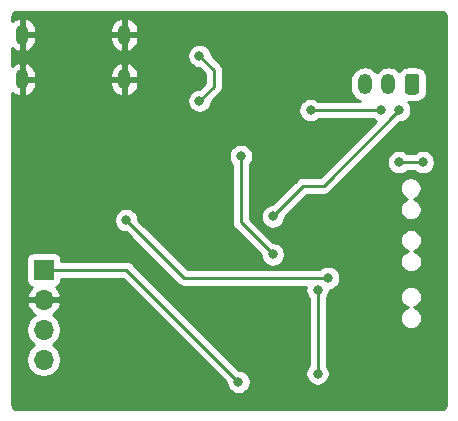
<source format=gbr>
G04 #@! TF.GenerationSoftware,KiCad,Pcbnew,(5.1.10)-1*
G04 #@! TF.CreationDate,2021-08-19T16:08:58+09:00*
G04 #@! TF.ProjectId,cat_toilet,6361745f-746f-4696-9c65-742e6b696361,rev?*
G04 #@! TF.SameCoordinates,Original*
G04 #@! TF.FileFunction,Copper,L2,Bot*
G04 #@! TF.FilePolarity,Positive*
%FSLAX46Y46*%
G04 Gerber Fmt 4.6, Leading zero omitted, Abs format (unit mm)*
G04 Created by KiCad (PCBNEW (5.1.10)-1) date 2021-08-19 16:08:58*
%MOMM*%
%LPD*%
G01*
G04 APERTURE LIST*
G04 #@! TA.AperFunction,ComponentPad*
%ADD10R,1.700000X1.700000*%
G04 #@! TD*
G04 #@! TA.AperFunction,ComponentPad*
%ADD11O,1.700000X1.700000*%
G04 #@! TD*
G04 #@! TA.AperFunction,ComponentPad*
%ADD12O,1.200000X1.750000*%
G04 #@! TD*
G04 #@! TA.AperFunction,ComponentPad*
%ADD13O,1.100000X1.700000*%
G04 #@! TD*
G04 #@! TA.AperFunction,ViaPad*
%ADD14C,0.800000*%
G04 #@! TD*
G04 #@! TA.AperFunction,Conductor*
%ADD15C,0.250000*%
G04 #@! TD*
G04 #@! TA.AperFunction,Conductor*
%ADD16C,0.254000*%
G04 #@! TD*
G04 #@! TA.AperFunction,Conductor*
%ADD17C,0.100000*%
G04 #@! TD*
G04 APERTURE END LIST*
D10*
X3300000Y-22500000D03*
D11*
X3300000Y-25040000D03*
X3300000Y-27580000D03*
X3300000Y-30120000D03*
G04 #@! TA.AperFunction,ComponentPad*
G36*
G01*
X35100000Y-6174999D02*
X35100000Y-7425001D01*
G75*
G02*
X34850001Y-7675000I-249999J0D01*
G01*
X34149999Y-7675000D01*
G75*
G02*
X33900000Y-7425001I0J249999D01*
G01*
X33900000Y-6174999D01*
G75*
G02*
X34149999Y-5925000I249999J0D01*
G01*
X34850001Y-5925000D01*
G75*
G02*
X35100000Y-6174999I0J-249999D01*
G01*
G37*
G04 #@! TD.AperFunction*
D12*
X32500000Y-6800000D03*
X30500000Y-6800000D03*
D13*
X1480000Y-6400000D03*
X10120000Y-6400000D03*
X1480000Y-2600000D03*
X10120000Y-2600000D03*
D14*
X16500000Y-6600000D03*
X20500000Y-5500000D03*
X19800000Y-32000000D03*
X26500000Y-24200000D03*
X26500000Y-31300000D03*
X33400000Y-9000000D03*
X22700000Y-18000000D03*
X25900000Y-9000000D03*
X31900000Y-9000000D03*
X16500000Y-8200000D03*
X16500000Y-4400000D03*
X35400000Y-13400000D03*
X33400000Y-13400000D03*
X27400000Y-23200000D03*
X10300000Y-18300000D03*
X22700000Y-21200000D03*
X20000000Y-12900000D03*
D15*
X16500000Y-6600000D02*
X16900000Y-6600000D01*
X20500000Y-5500000D02*
X20000000Y-5500000D01*
X10300000Y-22500000D02*
X19800000Y-32000000D01*
X10300000Y-22500000D02*
X3300000Y-22500000D01*
X26500000Y-24200000D02*
X26500000Y-31300000D01*
X22700000Y-18000000D02*
X25300000Y-15400000D01*
X27000000Y-15400000D02*
X33400000Y-9000000D01*
X25300000Y-15400000D02*
X27000000Y-15400000D01*
X25900000Y-9000000D02*
X31900000Y-9000000D01*
X17700000Y-7000000D02*
X16500000Y-8200000D01*
X17700000Y-5600000D02*
X17700000Y-7000000D01*
X16500000Y-4400000D02*
X17700000Y-5600000D01*
X33400000Y-13400000D02*
X35400000Y-13400000D01*
X15200000Y-23200000D02*
X27400000Y-23200000D01*
X10300000Y-18300000D02*
X15200000Y-23200000D01*
X20000000Y-18500000D02*
X22700000Y-21200000D01*
X20000000Y-12900000D02*
X20000000Y-18500000D01*
D16*
X37065424Y-669580D02*
X37128356Y-688580D01*
X37186405Y-719445D01*
X37237343Y-760989D01*
X37279248Y-811644D01*
X37310515Y-869471D01*
X37329956Y-932272D01*
X37340000Y-1027835D01*
X37340001Y-33967711D01*
X37330420Y-34065424D01*
X37311420Y-34128357D01*
X37280554Y-34186406D01*
X37239011Y-34237343D01*
X37188356Y-34279248D01*
X37130529Y-34310515D01*
X37067728Y-34329956D01*
X36972165Y-34340000D01*
X1032279Y-34340000D01*
X934576Y-34330420D01*
X871643Y-34311420D01*
X813594Y-34280554D01*
X762657Y-34239011D01*
X720752Y-34188356D01*
X689485Y-34130529D01*
X670044Y-34067728D01*
X660000Y-33972165D01*
X660000Y-27433740D01*
X1815000Y-27433740D01*
X1815000Y-27726260D01*
X1872068Y-28013158D01*
X1984010Y-28283411D01*
X2146525Y-28526632D01*
X2353368Y-28733475D01*
X2527760Y-28850000D01*
X2353368Y-28966525D01*
X2146525Y-29173368D01*
X1984010Y-29416589D01*
X1872068Y-29686842D01*
X1815000Y-29973740D01*
X1815000Y-30266260D01*
X1872068Y-30553158D01*
X1984010Y-30823411D01*
X2146525Y-31066632D01*
X2353368Y-31273475D01*
X2596589Y-31435990D01*
X2866842Y-31547932D01*
X3153740Y-31605000D01*
X3446260Y-31605000D01*
X3733158Y-31547932D01*
X4003411Y-31435990D01*
X4246632Y-31273475D01*
X4453475Y-31066632D01*
X4615990Y-30823411D01*
X4727932Y-30553158D01*
X4785000Y-30266260D01*
X4785000Y-29973740D01*
X4727932Y-29686842D01*
X4615990Y-29416589D01*
X4453475Y-29173368D01*
X4246632Y-28966525D01*
X4072240Y-28850000D01*
X4246632Y-28733475D01*
X4453475Y-28526632D01*
X4615990Y-28283411D01*
X4727932Y-28013158D01*
X4785000Y-27726260D01*
X4785000Y-27433740D01*
X4727932Y-27146842D01*
X4615990Y-26876589D01*
X4453475Y-26633368D01*
X4246632Y-26426525D01*
X4064466Y-26304805D01*
X4181355Y-26235178D01*
X4397588Y-26040269D01*
X4571641Y-25806920D01*
X4696825Y-25544099D01*
X4741476Y-25396890D01*
X4620155Y-25167000D01*
X3427000Y-25167000D01*
X3427000Y-25187000D01*
X3173000Y-25187000D01*
X3173000Y-25167000D01*
X1979845Y-25167000D01*
X1858524Y-25396890D01*
X1903175Y-25544099D01*
X2028359Y-25806920D01*
X2202412Y-26040269D01*
X2418645Y-26235178D01*
X2535534Y-26304805D01*
X2353368Y-26426525D01*
X2146525Y-26633368D01*
X1984010Y-26876589D01*
X1872068Y-27146842D01*
X1815000Y-27433740D01*
X660000Y-27433740D01*
X660000Y-21650000D01*
X1811928Y-21650000D01*
X1811928Y-23350000D01*
X1824188Y-23474482D01*
X1860498Y-23594180D01*
X1919463Y-23704494D01*
X1998815Y-23801185D01*
X2095506Y-23880537D01*
X2205820Y-23939502D01*
X2286466Y-23963966D01*
X2202412Y-24039731D01*
X2028359Y-24273080D01*
X1903175Y-24535901D01*
X1858524Y-24683110D01*
X1979845Y-24913000D01*
X3173000Y-24913000D01*
X3173000Y-24893000D01*
X3427000Y-24893000D01*
X3427000Y-24913000D01*
X4620155Y-24913000D01*
X4741476Y-24683110D01*
X4696825Y-24535901D01*
X4571641Y-24273080D01*
X4397588Y-24039731D01*
X4313534Y-23963966D01*
X4394180Y-23939502D01*
X4504494Y-23880537D01*
X4601185Y-23801185D01*
X4680537Y-23704494D01*
X4739502Y-23594180D01*
X4775812Y-23474482D01*
X4788072Y-23350000D01*
X4788072Y-23260000D01*
X9985199Y-23260000D01*
X18765000Y-32039802D01*
X18765000Y-32101939D01*
X18804774Y-32301898D01*
X18882795Y-32490256D01*
X18996063Y-32659774D01*
X19140226Y-32803937D01*
X19309744Y-32917205D01*
X19498102Y-32995226D01*
X19698061Y-33035000D01*
X19901939Y-33035000D01*
X20101898Y-32995226D01*
X20290256Y-32917205D01*
X20459774Y-32803937D01*
X20603937Y-32659774D01*
X20717205Y-32490256D01*
X20795226Y-32301898D01*
X20835000Y-32101939D01*
X20835000Y-31898061D01*
X20795226Y-31698102D01*
X20717205Y-31509744D01*
X20603937Y-31340226D01*
X20459774Y-31196063D01*
X20290256Y-31082795D01*
X20101898Y-31004774D01*
X19901939Y-30965000D01*
X19839802Y-30965000D01*
X10863804Y-21989003D01*
X10840001Y-21959999D01*
X10724276Y-21865026D01*
X10592247Y-21794454D01*
X10448986Y-21750997D01*
X10337333Y-21740000D01*
X10337322Y-21740000D01*
X10300000Y-21736324D01*
X10262678Y-21740000D01*
X4788072Y-21740000D01*
X4788072Y-21650000D01*
X4775812Y-21525518D01*
X4739502Y-21405820D01*
X4680537Y-21295506D01*
X4601185Y-21198815D01*
X4504494Y-21119463D01*
X4394180Y-21060498D01*
X4274482Y-21024188D01*
X4150000Y-21011928D01*
X2450000Y-21011928D01*
X2325518Y-21024188D01*
X2205820Y-21060498D01*
X2095506Y-21119463D01*
X1998815Y-21198815D01*
X1919463Y-21295506D01*
X1860498Y-21405820D01*
X1824188Y-21525518D01*
X1811928Y-21650000D01*
X660000Y-21650000D01*
X660000Y-18198061D01*
X9265000Y-18198061D01*
X9265000Y-18401939D01*
X9304774Y-18601898D01*
X9382795Y-18790256D01*
X9496063Y-18959774D01*
X9640226Y-19103937D01*
X9809744Y-19217205D01*
X9998102Y-19295226D01*
X10198061Y-19335000D01*
X10260199Y-19335000D01*
X14636205Y-23711008D01*
X14659999Y-23740001D01*
X14688992Y-23763795D01*
X14688996Y-23763799D01*
X14734552Y-23801185D01*
X14775724Y-23834974D01*
X14907753Y-23905546D01*
X15051014Y-23949003D01*
X15162667Y-23960000D01*
X15162676Y-23960000D01*
X15199999Y-23963676D01*
X15237322Y-23960000D01*
X25492462Y-23960000D01*
X25465000Y-24098061D01*
X25465000Y-24301939D01*
X25504774Y-24501898D01*
X25582795Y-24690256D01*
X25696063Y-24859774D01*
X25740000Y-24903711D01*
X25740001Y-30596288D01*
X25696063Y-30640226D01*
X25582795Y-30809744D01*
X25504774Y-30998102D01*
X25465000Y-31198061D01*
X25465000Y-31401939D01*
X25504774Y-31601898D01*
X25582795Y-31790256D01*
X25696063Y-31959774D01*
X25840226Y-32103937D01*
X26009744Y-32217205D01*
X26198102Y-32295226D01*
X26398061Y-32335000D01*
X26601939Y-32335000D01*
X26801898Y-32295226D01*
X26990256Y-32217205D01*
X27159774Y-32103937D01*
X27303937Y-31959774D01*
X27417205Y-31790256D01*
X27495226Y-31601898D01*
X27535000Y-31401939D01*
X27535000Y-31198061D01*
X27495226Y-30998102D01*
X27417205Y-30809744D01*
X27303937Y-30640226D01*
X27260000Y-30596289D01*
X27260000Y-24903711D01*
X27303937Y-24859774D01*
X27405408Y-24707911D01*
X33465000Y-24707911D01*
X33465000Y-24892089D01*
X33500932Y-25072729D01*
X33571414Y-25242889D01*
X33673738Y-25396028D01*
X33803972Y-25526262D01*
X33957111Y-25628586D01*
X34127271Y-25699068D01*
X34131956Y-25700000D01*
X34127271Y-25700932D01*
X33957111Y-25771414D01*
X33803972Y-25873738D01*
X33673738Y-26003972D01*
X33571414Y-26157111D01*
X33500932Y-26327271D01*
X33465000Y-26507911D01*
X33465000Y-26692089D01*
X33500932Y-26872729D01*
X33571414Y-27042889D01*
X33673738Y-27196028D01*
X33803972Y-27326262D01*
X33957111Y-27428586D01*
X34127271Y-27499068D01*
X34307911Y-27535000D01*
X34492089Y-27535000D01*
X34672729Y-27499068D01*
X34842889Y-27428586D01*
X34996028Y-27326262D01*
X35126262Y-27196028D01*
X35228586Y-27042889D01*
X35299068Y-26872729D01*
X35335000Y-26692089D01*
X35335000Y-26507911D01*
X35299068Y-26327271D01*
X35228586Y-26157111D01*
X35126262Y-26003972D01*
X34996028Y-25873738D01*
X34842889Y-25771414D01*
X34672729Y-25700932D01*
X34668044Y-25700000D01*
X34672729Y-25699068D01*
X34842889Y-25628586D01*
X34996028Y-25526262D01*
X35126262Y-25396028D01*
X35228586Y-25242889D01*
X35299068Y-25072729D01*
X35335000Y-24892089D01*
X35335000Y-24707911D01*
X35299068Y-24527271D01*
X35228586Y-24357111D01*
X35126262Y-24203972D01*
X34996028Y-24073738D01*
X34842889Y-23971414D01*
X34672729Y-23900932D01*
X34492089Y-23865000D01*
X34307911Y-23865000D01*
X34127271Y-23900932D01*
X33957111Y-23971414D01*
X33803972Y-24073738D01*
X33673738Y-24203972D01*
X33571414Y-24357111D01*
X33500932Y-24527271D01*
X33465000Y-24707911D01*
X27405408Y-24707911D01*
X27417205Y-24690256D01*
X27495226Y-24501898D01*
X27535000Y-24301939D01*
X27535000Y-24228424D01*
X27701898Y-24195226D01*
X27890256Y-24117205D01*
X28059774Y-24003937D01*
X28203937Y-23859774D01*
X28317205Y-23690256D01*
X28395226Y-23501898D01*
X28435000Y-23301939D01*
X28435000Y-23098061D01*
X28395226Y-22898102D01*
X28317205Y-22709744D01*
X28203937Y-22540226D01*
X28059774Y-22396063D01*
X27890256Y-22282795D01*
X27701898Y-22204774D01*
X27501939Y-22165000D01*
X27298061Y-22165000D01*
X27098102Y-22204774D01*
X26909744Y-22282795D01*
X26740226Y-22396063D01*
X26696289Y-22440000D01*
X15514803Y-22440000D01*
X11335000Y-18260199D01*
X11335000Y-18198061D01*
X11295226Y-17998102D01*
X11217205Y-17809744D01*
X11103937Y-17640226D01*
X10959774Y-17496063D01*
X10790256Y-17382795D01*
X10601898Y-17304774D01*
X10401939Y-17265000D01*
X10198061Y-17265000D01*
X9998102Y-17304774D01*
X9809744Y-17382795D01*
X9640226Y-17496063D01*
X9496063Y-17640226D01*
X9382795Y-17809744D01*
X9304774Y-17998102D01*
X9265000Y-18198061D01*
X660000Y-18198061D01*
X660000Y-12798061D01*
X18965000Y-12798061D01*
X18965000Y-13001939D01*
X19004774Y-13201898D01*
X19082795Y-13390256D01*
X19196063Y-13559774D01*
X19240000Y-13603711D01*
X19240001Y-18462668D01*
X19236324Y-18500000D01*
X19240001Y-18537333D01*
X19250998Y-18648986D01*
X19264180Y-18692442D01*
X19294454Y-18792246D01*
X19365026Y-18924276D01*
X19394159Y-18959774D01*
X19460000Y-19040001D01*
X19488998Y-19063799D01*
X21665000Y-21239802D01*
X21665000Y-21301939D01*
X21704774Y-21501898D01*
X21782795Y-21690256D01*
X21896063Y-21859774D01*
X22040226Y-22003937D01*
X22209744Y-22117205D01*
X22398102Y-22195226D01*
X22598061Y-22235000D01*
X22801939Y-22235000D01*
X23001898Y-22195226D01*
X23190256Y-22117205D01*
X23359774Y-22003937D01*
X23503937Y-21859774D01*
X23617205Y-21690256D01*
X23695226Y-21501898D01*
X23735000Y-21301939D01*
X23735000Y-21098061D01*
X23695226Y-20898102D01*
X23617205Y-20709744D01*
X23503937Y-20540226D01*
X23359774Y-20396063D01*
X23190256Y-20282795D01*
X23001898Y-20204774D01*
X22801939Y-20165000D01*
X22739802Y-20165000D01*
X22482713Y-19907911D01*
X33465000Y-19907911D01*
X33465000Y-20092089D01*
X33500932Y-20272729D01*
X33571414Y-20442889D01*
X33673738Y-20596028D01*
X33803972Y-20726262D01*
X33957111Y-20828586D01*
X34127271Y-20899068D01*
X34131956Y-20900000D01*
X34127271Y-20900932D01*
X33957111Y-20971414D01*
X33803972Y-21073738D01*
X33673738Y-21203972D01*
X33571414Y-21357111D01*
X33500932Y-21527271D01*
X33465000Y-21707911D01*
X33465000Y-21892089D01*
X33500932Y-22072729D01*
X33571414Y-22242889D01*
X33673738Y-22396028D01*
X33803972Y-22526262D01*
X33957111Y-22628586D01*
X34127271Y-22699068D01*
X34307911Y-22735000D01*
X34492089Y-22735000D01*
X34672729Y-22699068D01*
X34842889Y-22628586D01*
X34996028Y-22526262D01*
X35126262Y-22396028D01*
X35228586Y-22242889D01*
X35299068Y-22072729D01*
X35335000Y-21892089D01*
X35335000Y-21707911D01*
X35299068Y-21527271D01*
X35228586Y-21357111D01*
X35126262Y-21203972D01*
X34996028Y-21073738D01*
X34842889Y-20971414D01*
X34672729Y-20900932D01*
X34668044Y-20900000D01*
X34672729Y-20899068D01*
X34842889Y-20828586D01*
X34996028Y-20726262D01*
X35126262Y-20596028D01*
X35228586Y-20442889D01*
X35299068Y-20272729D01*
X35335000Y-20092089D01*
X35335000Y-19907911D01*
X35299068Y-19727271D01*
X35228586Y-19557111D01*
X35126262Y-19403972D01*
X34996028Y-19273738D01*
X34842889Y-19171414D01*
X34672729Y-19100932D01*
X34492089Y-19065000D01*
X34307911Y-19065000D01*
X34127271Y-19100932D01*
X33957111Y-19171414D01*
X33803972Y-19273738D01*
X33673738Y-19403972D01*
X33571414Y-19557111D01*
X33500932Y-19727271D01*
X33465000Y-19907911D01*
X22482713Y-19907911D01*
X20760000Y-18185199D01*
X20760000Y-17898061D01*
X21665000Y-17898061D01*
X21665000Y-18101939D01*
X21704774Y-18301898D01*
X21782795Y-18490256D01*
X21896063Y-18659774D01*
X22040226Y-18803937D01*
X22209744Y-18917205D01*
X22398102Y-18995226D01*
X22598061Y-19035000D01*
X22801939Y-19035000D01*
X23001898Y-18995226D01*
X23190256Y-18917205D01*
X23359774Y-18803937D01*
X23503937Y-18659774D01*
X23617205Y-18490256D01*
X23695226Y-18301898D01*
X23735000Y-18101939D01*
X23735000Y-18039801D01*
X25614802Y-16160000D01*
X26962678Y-16160000D01*
X27000000Y-16163676D01*
X27037322Y-16160000D01*
X27037333Y-16160000D01*
X27148986Y-16149003D01*
X27292247Y-16105546D01*
X27424276Y-16034974D01*
X27540001Y-15940001D01*
X27563804Y-15910997D01*
X27966890Y-15507911D01*
X33440000Y-15507911D01*
X33440000Y-15692089D01*
X33475932Y-15872729D01*
X33546414Y-16042889D01*
X33648738Y-16196028D01*
X33778972Y-16326262D01*
X33932111Y-16428586D01*
X34102271Y-16499068D01*
X34106956Y-16500000D01*
X34102271Y-16500932D01*
X33932111Y-16571414D01*
X33778972Y-16673738D01*
X33648738Y-16803972D01*
X33546414Y-16957111D01*
X33475932Y-17127271D01*
X33440000Y-17307911D01*
X33440000Y-17492089D01*
X33475932Y-17672729D01*
X33546414Y-17842889D01*
X33648738Y-17996028D01*
X33778972Y-18126262D01*
X33932111Y-18228586D01*
X34102271Y-18299068D01*
X34282911Y-18335000D01*
X34467089Y-18335000D01*
X34647729Y-18299068D01*
X34817889Y-18228586D01*
X34971028Y-18126262D01*
X35101262Y-17996028D01*
X35203586Y-17842889D01*
X35274068Y-17672729D01*
X35310000Y-17492089D01*
X35310000Y-17307911D01*
X35274068Y-17127271D01*
X35203586Y-16957111D01*
X35101262Y-16803972D01*
X34971028Y-16673738D01*
X34817889Y-16571414D01*
X34647729Y-16500932D01*
X34643044Y-16500000D01*
X34647729Y-16499068D01*
X34817889Y-16428586D01*
X34971028Y-16326262D01*
X35101262Y-16196028D01*
X35203586Y-16042889D01*
X35274068Y-15872729D01*
X35310000Y-15692089D01*
X35310000Y-15507911D01*
X35274068Y-15327271D01*
X35203586Y-15157111D01*
X35101262Y-15003972D01*
X34971028Y-14873738D01*
X34817889Y-14771414D01*
X34647729Y-14700932D01*
X34467089Y-14665000D01*
X34282911Y-14665000D01*
X34102271Y-14700932D01*
X33932111Y-14771414D01*
X33778972Y-14873738D01*
X33648738Y-15003972D01*
X33546414Y-15157111D01*
X33475932Y-15327271D01*
X33440000Y-15507911D01*
X27966890Y-15507911D01*
X30176740Y-13298061D01*
X32365000Y-13298061D01*
X32365000Y-13501939D01*
X32404774Y-13701898D01*
X32482795Y-13890256D01*
X32596063Y-14059774D01*
X32740226Y-14203937D01*
X32909744Y-14317205D01*
X33098102Y-14395226D01*
X33298061Y-14435000D01*
X33501939Y-14435000D01*
X33701898Y-14395226D01*
X33890256Y-14317205D01*
X34059774Y-14203937D01*
X34103711Y-14160000D01*
X34696289Y-14160000D01*
X34740226Y-14203937D01*
X34909744Y-14317205D01*
X35098102Y-14395226D01*
X35298061Y-14435000D01*
X35501939Y-14435000D01*
X35701898Y-14395226D01*
X35890256Y-14317205D01*
X36059774Y-14203937D01*
X36203937Y-14059774D01*
X36317205Y-13890256D01*
X36395226Y-13701898D01*
X36435000Y-13501939D01*
X36435000Y-13298061D01*
X36395226Y-13098102D01*
X36317205Y-12909744D01*
X36203937Y-12740226D01*
X36059774Y-12596063D01*
X35890256Y-12482795D01*
X35701898Y-12404774D01*
X35501939Y-12365000D01*
X35298061Y-12365000D01*
X35098102Y-12404774D01*
X34909744Y-12482795D01*
X34740226Y-12596063D01*
X34696289Y-12640000D01*
X34103711Y-12640000D01*
X34059774Y-12596063D01*
X33890256Y-12482795D01*
X33701898Y-12404774D01*
X33501939Y-12365000D01*
X33298061Y-12365000D01*
X33098102Y-12404774D01*
X32909744Y-12482795D01*
X32740226Y-12596063D01*
X32596063Y-12740226D01*
X32482795Y-12909744D01*
X32404774Y-13098102D01*
X32365000Y-13298061D01*
X30176740Y-13298061D01*
X33439802Y-10035000D01*
X33501939Y-10035000D01*
X33701898Y-9995226D01*
X33890256Y-9917205D01*
X34059774Y-9803937D01*
X34203937Y-9659774D01*
X34317205Y-9490256D01*
X34395226Y-9301898D01*
X34435000Y-9101939D01*
X34435000Y-8898061D01*
X34395226Y-8698102D01*
X34317205Y-8509744D01*
X34203937Y-8340226D01*
X34176783Y-8313072D01*
X34850001Y-8313072D01*
X35023255Y-8296008D01*
X35189851Y-8245472D01*
X35343387Y-8163405D01*
X35477962Y-8052962D01*
X35588405Y-7918387D01*
X35670472Y-7764851D01*
X35721008Y-7598255D01*
X35738072Y-7425001D01*
X35738072Y-6174999D01*
X35721008Y-6001745D01*
X35670472Y-5835149D01*
X35588405Y-5681613D01*
X35477962Y-5547038D01*
X35343387Y-5436595D01*
X35189851Y-5354528D01*
X35023255Y-5303992D01*
X34850001Y-5286928D01*
X34149999Y-5286928D01*
X33976745Y-5303992D01*
X33810149Y-5354528D01*
X33656613Y-5436595D01*
X33522038Y-5547038D01*
X33411595Y-5681613D01*
X33409191Y-5686111D01*
X33377502Y-5647498D01*
X33189449Y-5493167D01*
X32974901Y-5378489D01*
X32742102Y-5307870D01*
X32500000Y-5284025D01*
X32257899Y-5307870D01*
X32025100Y-5378489D01*
X31810552Y-5493167D01*
X31622499Y-5647498D01*
X31500001Y-5796763D01*
X31377502Y-5647498D01*
X31189449Y-5493167D01*
X30974901Y-5378489D01*
X30742102Y-5307870D01*
X30500000Y-5284025D01*
X30257899Y-5307870D01*
X30025100Y-5378489D01*
X29810552Y-5493167D01*
X29622499Y-5647498D01*
X29468168Y-5835551D01*
X29353489Y-6050099D01*
X29282870Y-6282898D01*
X29265000Y-6464335D01*
X29265000Y-7135664D01*
X29282870Y-7317101D01*
X29353489Y-7549900D01*
X29468167Y-7764448D01*
X29622498Y-7952502D01*
X29810551Y-8106833D01*
X30025099Y-8221511D01*
X30086049Y-8240000D01*
X26603711Y-8240000D01*
X26559774Y-8196063D01*
X26390256Y-8082795D01*
X26201898Y-8004774D01*
X26001939Y-7965000D01*
X25798061Y-7965000D01*
X25598102Y-8004774D01*
X25409744Y-8082795D01*
X25240226Y-8196063D01*
X25096063Y-8340226D01*
X24982795Y-8509744D01*
X24904774Y-8698102D01*
X24865000Y-8898061D01*
X24865000Y-9101939D01*
X24904774Y-9301898D01*
X24982795Y-9490256D01*
X25096063Y-9659774D01*
X25240226Y-9803937D01*
X25409744Y-9917205D01*
X25598102Y-9995226D01*
X25798061Y-10035000D01*
X26001939Y-10035000D01*
X26201898Y-9995226D01*
X26390256Y-9917205D01*
X26559774Y-9803937D01*
X26603711Y-9760000D01*
X31196289Y-9760000D01*
X31240226Y-9803937D01*
X31408694Y-9916504D01*
X26685199Y-14640000D01*
X25337322Y-14640000D01*
X25299999Y-14636324D01*
X25262676Y-14640000D01*
X25262667Y-14640000D01*
X25151014Y-14650997D01*
X25007753Y-14694454D01*
X24875724Y-14765026D01*
X24759999Y-14859999D01*
X24736201Y-14888997D01*
X22660199Y-16965000D01*
X22598061Y-16965000D01*
X22398102Y-17004774D01*
X22209744Y-17082795D01*
X22040226Y-17196063D01*
X21896063Y-17340226D01*
X21782795Y-17509744D01*
X21704774Y-17698102D01*
X21665000Y-17898061D01*
X20760000Y-17898061D01*
X20760000Y-13603711D01*
X20803937Y-13559774D01*
X20917205Y-13390256D01*
X20995226Y-13201898D01*
X21035000Y-13001939D01*
X21035000Y-12798061D01*
X20995226Y-12598102D01*
X20917205Y-12409744D01*
X20803937Y-12240226D01*
X20659774Y-12096063D01*
X20490256Y-11982795D01*
X20301898Y-11904774D01*
X20101939Y-11865000D01*
X19898061Y-11865000D01*
X19698102Y-11904774D01*
X19509744Y-11982795D01*
X19340226Y-12096063D01*
X19196063Y-12240226D01*
X19082795Y-12409744D01*
X19004774Y-12598102D01*
X18965000Y-12798061D01*
X660000Y-12798061D01*
X660000Y-7557068D01*
X731881Y-7627725D01*
X927246Y-7755850D01*
X1143853Y-7843399D01*
X1170256Y-7843803D01*
X1353000Y-7718361D01*
X1353000Y-6527000D01*
X1607000Y-6527000D01*
X1607000Y-7718361D01*
X1789744Y-7843803D01*
X1816147Y-7843399D01*
X2032754Y-7755850D01*
X2228119Y-7627725D01*
X2394734Y-7463948D01*
X2526196Y-7270813D01*
X2617454Y-7055742D01*
X2665000Y-6827000D01*
X2665000Y-6527000D01*
X8935000Y-6527000D01*
X8935000Y-6827000D01*
X8982546Y-7055742D01*
X9073804Y-7270813D01*
X9205266Y-7463948D01*
X9371881Y-7627725D01*
X9567246Y-7755850D01*
X9783853Y-7843399D01*
X9810256Y-7843803D01*
X9993000Y-7718361D01*
X9993000Y-6527000D01*
X10247000Y-6527000D01*
X10247000Y-7718361D01*
X10429744Y-7843803D01*
X10456147Y-7843399D01*
X10672754Y-7755850D01*
X10868119Y-7627725D01*
X11034734Y-7463948D01*
X11166196Y-7270813D01*
X11257454Y-7055742D01*
X11305000Y-6827000D01*
X11305000Y-6527000D01*
X10247000Y-6527000D01*
X9993000Y-6527000D01*
X8935000Y-6527000D01*
X2665000Y-6527000D01*
X1607000Y-6527000D01*
X1353000Y-6527000D01*
X1333000Y-6527000D01*
X1333000Y-6273000D01*
X1353000Y-6273000D01*
X1353000Y-5081639D01*
X1607000Y-5081639D01*
X1607000Y-6273000D01*
X2665000Y-6273000D01*
X2665000Y-5973000D01*
X8935000Y-5973000D01*
X8935000Y-6273000D01*
X9993000Y-6273000D01*
X9993000Y-5081639D01*
X10247000Y-5081639D01*
X10247000Y-6273000D01*
X11305000Y-6273000D01*
X11305000Y-5973000D01*
X11257454Y-5744258D01*
X11166196Y-5529187D01*
X11034734Y-5336052D01*
X10868119Y-5172275D01*
X10672754Y-5044150D01*
X10456147Y-4956601D01*
X10429744Y-4956197D01*
X10247000Y-5081639D01*
X9993000Y-5081639D01*
X9810256Y-4956197D01*
X9783853Y-4956601D01*
X9567246Y-5044150D01*
X9371881Y-5172275D01*
X9205266Y-5336052D01*
X9073804Y-5529187D01*
X8982546Y-5744258D01*
X8935000Y-5973000D01*
X2665000Y-5973000D01*
X2617454Y-5744258D01*
X2526196Y-5529187D01*
X2394734Y-5336052D01*
X2228119Y-5172275D01*
X2032754Y-5044150D01*
X1816147Y-4956601D01*
X1789744Y-4956197D01*
X1607000Y-5081639D01*
X1353000Y-5081639D01*
X1170256Y-4956197D01*
X1143853Y-4956601D01*
X927246Y-5044150D01*
X731881Y-5172275D01*
X660000Y-5242932D01*
X660000Y-4298061D01*
X15465000Y-4298061D01*
X15465000Y-4501939D01*
X15504774Y-4701898D01*
X15582795Y-4890256D01*
X15696063Y-5059774D01*
X15840226Y-5203937D01*
X16009744Y-5317205D01*
X16198102Y-5395226D01*
X16398061Y-5435000D01*
X16460199Y-5435000D01*
X16940000Y-5914802D01*
X16940001Y-6685197D01*
X16460199Y-7165000D01*
X16398061Y-7165000D01*
X16198102Y-7204774D01*
X16009744Y-7282795D01*
X15840226Y-7396063D01*
X15696063Y-7540226D01*
X15582795Y-7709744D01*
X15504774Y-7898102D01*
X15465000Y-8098061D01*
X15465000Y-8301939D01*
X15504774Y-8501898D01*
X15582795Y-8690256D01*
X15696063Y-8859774D01*
X15840226Y-9003937D01*
X16009744Y-9117205D01*
X16198102Y-9195226D01*
X16398061Y-9235000D01*
X16601939Y-9235000D01*
X16801898Y-9195226D01*
X16990256Y-9117205D01*
X17159774Y-9003937D01*
X17303937Y-8859774D01*
X17417205Y-8690256D01*
X17495226Y-8501898D01*
X17535000Y-8301939D01*
X17535000Y-8239801D01*
X18211003Y-7563799D01*
X18240001Y-7540001D01*
X18334974Y-7424276D01*
X18405546Y-7292247D01*
X18449003Y-7148986D01*
X18460000Y-7037333D01*
X18460000Y-7037324D01*
X18463676Y-7000001D01*
X18460000Y-6962678D01*
X18460000Y-5637322D01*
X18463676Y-5599999D01*
X18460000Y-5562676D01*
X18460000Y-5562667D01*
X18449003Y-5451014D01*
X18405546Y-5307753D01*
X18334974Y-5175724D01*
X18240001Y-5059999D01*
X18211004Y-5036202D01*
X17535000Y-4360199D01*
X17535000Y-4298061D01*
X17495226Y-4098102D01*
X17417205Y-3909744D01*
X17303937Y-3740226D01*
X17159774Y-3596063D01*
X16990256Y-3482795D01*
X16801898Y-3404774D01*
X16601939Y-3365000D01*
X16398061Y-3365000D01*
X16198102Y-3404774D01*
X16009744Y-3482795D01*
X15840226Y-3596063D01*
X15696063Y-3740226D01*
X15582795Y-3909744D01*
X15504774Y-4098102D01*
X15465000Y-4298061D01*
X660000Y-4298061D01*
X660000Y-3757068D01*
X731881Y-3827725D01*
X927246Y-3955850D01*
X1143853Y-4043399D01*
X1170256Y-4043803D01*
X1353000Y-3918361D01*
X1353000Y-2727000D01*
X1607000Y-2727000D01*
X1607000Y-3918361D01*
X1789744Y-4043803D01*
X1816147Y-4043399D01*
X2032754Y-3955850D01*
X2228119Y-3827725D01*
X2394734Y-3663948D01*
X2526196Y-3470813D01*
X2617454Y-3255742D01*
X2665000Y-3027000D01*
X2665000Y-2727000D01*
X8935000Y-2727000D01*
X8935000Y-3027000D01*
X8982546Y-3255742D01*
X9073804Y-3470813D01*
X9205266Y-3663948D01*
X9371881Y-3827725D01*
X9567246Y-3955850D01*
X9783853Y-4043399D01*
X9810256Y-4043803D01*
X9993000Y-3918361D01*
X9993000Y-2727000D01*
X10247000Y-2727000D01*
X10247000Y-3918361D01*
X10429744Y-4043803D01*
X10456147Y-4043399D01*
X10672754Y-3955850D01*
X10868119Y-3827725D01*
X11034734Y-3663948D01*
X11166196Y-3470813D01*
X11257454Y-3255742D01*
X11305000Y-3027000D01*
X11305000Y-2727000D01*
X10247000Y-2727000D01*
X9993000Y-2727000D01*
X8935000Y-2727000D01*
X2665000Y-2727000D01*
X1607000Y-2727000D01*
X1353000Y-2727000D01*
X1333000Y-2727000D01*
X1333000Y-2473000D01*
X1353000Y-2473000D01*
X1353000Y-1281639D01*
X1607000Y-1281639D01*
X1607000Y-2473000D01*
X2665000Y-2473000D01*
X2665000Y-2173000D01*
X8935000Y-2173000D01*
X8935000Y-2473000D01*
X9993000Y-2473000D01*
X9993000Y-1281639D01*
X10247000Y-1281639D01*
X10247000Y-2473000D01*
X11305000Y-2473000D01*
X11305000Y-2173000D01*
X11257454Y-1944258D01*
X11166196Y-1729187D01*
X11034734Y-1536052D01*
X10868119Y-1372275D01*
X10672754Y-1244150D01*
X10456147Y-1156601D01*
X10429744Y-1156197D01*
X10247000Y-1281639D01*
X9993000Y-1281639D01*
X9810256Y-1156197D01*
X9783853Y-1156601D01*
X9567246Y-1244150D01*
X9371881Y-1372275D01*
X9205266Y-1536052D01*
X9073804Y-1729187D01*
X8982546Y-1944258D01*
X8935000Y-2173000D01*
X2665000Y-2173000D01*
X2617454Y-1944258D01*
X2526196Y-1729187D01*
X2394734Y-1536052D01*
X2228119Y-1372275D01*
X2032754Y-1244150D01*
X1816147Y-1156601D01*
X1789744Y-1156197D01*
X1607000Y-1281639D01*
X1353000Y-1281639D01*
X1170256Y-1156197D01*
X1143853Y-1156601D01*
X927246Y-1244150D01*
X731881Y-1372275D01*
X660000Y-1442932D01*
X660000Y-1032279D01*
X669580Y-934576D01*
X688580Y-871644D01*
X719445Y-813595D01*
X760989Y-762657D01*
X811644Y-720752D01*
X869471Y-689485D01*
X932272Y-670044D01*
X1027835Y-660000D01*
X36967721Y-660000D01*
X37065424Y-669580D01*
G04 #@! TA.AperFunction,Conductor*
D17*
G36*
X37065424Y-669580D02*
G01*
X37128356Y-688580D01*
X37186405Y-719445D01*
X37237343Y-760989D01*
X37279248Y-811644D01*
X37310515Y-869471D01*
X37329956Y-932272D01*
X37340000Y-1027835D01*
X37340001Y-33967711D01*
X37330420Y-34065424D01*
X37311420Y-34128357D01*
X37280554Y-34186406D01*
X37239011Y-34237343D01*
X37188356Y-34279248D01*
X37130529Y-34310515D01*
X37067728Y-34329956D01*
X36972165Y-34340000D01*
X1032279Y-34340000D01*
X934576Y-34330420D01*
X871643Y-34311420D01*
X813594Y-34280554D01*
X762657Y-34239011D01*
X720752Y-34188356D01*
X689485Y-34130529D01*
X670044Y-34067728D01*
X660000Y-33972165D01*
X660000Y-27433740D01*
X1815000Y-27433740D01*
X1815000Y-27726260D01*
X1872068Y-28013158D01*
X1984010Y-28283411D01*
X2146525Y-28526632D01*
X2353368Y-28733475D01*
X2527760Y-28850000D01*
X2353368Y-28966525D01*
X2146525Y-29173368D01*
X1984010Y-29416589D01*
X1872068Y-29686842D01*
X1815000Y-29973740D01*
X1815000Y-30266260D01*
X1872068Y-30553158D01*
X1984010Y-30823411D01*
X2146525Y-31066632D01*
X2353368Y-31273475D01*
X2596589Y-31435990D01*
X2866842Y-31547932D01*
X3153740Y-31605000D01*
X3446260Y-31605000D01*
X3733158Y-31547932D01*
X4003411Y-31435990D01*
X4246632Y-31273475D01*
X4453475Y-31066632D01*
X4615990Y-30823411D01*
X4727932Y-30553158D01*
X4785000Y-30266260D01*
X4785000Y-29973740D01*
X4727932Y-29686842D01*
X4615990Y-29416589D01*
X4453475Y-29173368D01*
X4246632Y-28966525D01*
X4072240Y-28850000D01*
X4246632Y-28733475D01*
X4453475Y-28526632D01*
X4615990Y-28283411D01*
X4727932Y-28013158D01*
X4785000Y-27726260D01*
X4785000Y-27433740D01*
X4727932Y-27146842D01*
X4615990Y-26876589D01*
X4453475Y-26633368D01*
X4246632Y-26426525D01*
X4064466Y-26304805D01*
X4181355Y-26235178D01*
X4397588Y-26040269D01*
X4571641Y-25806920D01*
X4696825Y-25544099D01*
X4741476Y-25396890D01*
X4620155Y-25167000D01*
X3427000Y-25167000D01*
X3427000Y-25187000D01*
X3173000Y-25187000D01*
X3173000Y-25167000D01*
X1979845Y-25167000D01*
X1858524Y-25396890D01*
X1903175Y-25544099D01*
X2028359Y-25806920D01*
X2202412Y-26040269D01*
X2418645Y-26235178D01*
X2535534Y-26304805D01*
X2353368Y-26426525D01*
X2146525Y-26633368D01*
X1984010Y-26876589D01*
X1872068Y-27146842D01*
X1815000Y-27433740D01*
X660000Y-27433740D01*
X660000Y-21650000D01*
X1811928Y-21650000D01*
X1811928Y-23350000D01*
X1824188Y-23474482D01*
X1860498Y-23594180D01*
X1919463Y-23704494D01*
X1998815Y-23801185D01*
X2095506Y-23880537D01*
X2205820Y-23939502D01*
X2286466Y-23963966D01*
X2202412Y-24039731D01*
X2028359Y-24273080D01*
X1903175Y-24535901D01*
X1858524Y-24683110D01*
X1979845Y-24913000D01*
X3173000Y-24913000D01*
X3173000Y-24893000D01*
X3427000Y-24893000D01*
X3427000Y-24913000D01*
X4620155Y-24913000D01*
X4741476Y-24683110D01*
X4696825Y-24535901D01*
X4571641Y-24273080D01*
X4397588Y-24039731D01*
X4313534Y-23963966D01*
X4394180Y-23939502D01*
X4504494Y-23880537D01*
X4601185Y-23801185D01*
X4680537Y-23704494D01*
X4739502Y-23594180D01*
X4775812Y-23474482D01*
X4788072Y-23350000D01*
X4788072Y-23260000D01*
X9985199Y-23260000D01*
X18765000Y-32039802D01*
X18765000Y-32101939D01*
X18804774Y-32301898D01*
X18882795Y-32490256D01*
X18996063Y-32659774D01*
X19140226Y-32803937D01*
X19309744Y-32917205D01*
X19498102Y-32995226D01*
X19698061Y-33035000D01*
X19901939Y-33035000D01*
X20101898Y-32995226D01*
X20290256Y-32917205D01*
X20459774Y-32803937D01*
X20603937Y-32659774D01*
X20717205Y-32490256D01*
X20795226Y-32301898D01*
X20835000Y-32101939D01*
X20835000Y-31898061D01*
X20795226Y-31698102D01*
X20717205Y-31509744D01*
X20603937Y-31340226D01*
X20459774Y-31196063D01*
X20290256Y-31082795D01*
X20101898Y-31004774D01*
X19901939Y-30965000D01*
X19839802Y-30965000D01*
X10863804Y-21989003D01*
X10840001Y-21959999D01*
X10724276Y-21865026D01*
X10592247Y-21794454D01*
X10448986Y-21750997D01*
X10337333Y-21740000D01*
X10337322Y-21740000D01*
X10300000Y-21736324D01*
X10262678Y-21740000D01*
X4788072Y-21740000D01*
X4788072Y-21650000D01*
X4775812Y-21525518D01*
X4739502Y-21405820D01*
X4680537Y-21295506D01*
X4601185Y-21198815D01*
X4504494Y-21119463D01*
X4394180Y-21060498D01*
X4274482Y-21024188D01*
X4150000Y-21011928D01*
X2450000Y-21011928D01*
X2325518Y-21024188D01*
X2205820Y-21060498D01*
X2095506Y-21119463D01*
X1998815Y-21198815D01*
X1919463Y-21295506D01*
X1860498Y-21405820D01*
X1824188Y-21525518D01*
X1811928Y-21650000D01*
X660000Y-21650000D01*
X660000Y-18198061D01*
X9265000Y-18198061D01*
X9265000Y-18401939D01*
X9304774Y-18601898D01*
X9382795Y-18790256D01*
X9496063Y-18959774D01*
X9640226Y-19103937D01*
X9809744Y-19217205D01*
X9998102Y-19295226D01*
X10198061Y-19335000D01*
X10260199Y-19335000D01*
X14636205Y-23711008D01*
X14659999Y-23740001D01*
X14688992Y-23763795D01*
X14688996Y-23763799D01*
X14734552Y-23801185D01*
X14775724Y-23834974D01*
X14907753Y-23905546D01*
X15051014Y-23949003D01*
X15162667Y-23960000D01*
X15162676Y-23960000D01*
X15199999Y-23963676D01*
X15237322Y-23960000D01*
X25492462Y-23960000D01*
X25465000Y-24098061D01*
X25465000Y-24301939D01*
X25504774Y-24501898D01*
X25582795Y-24690256D01*
X25696063Y-24859774D01*
X25740000Y-24903711D01*
X25740001Y-30596288D01*
X25696063Y-30640226D01*
X25582795Y-30809744D01*
X25504774Y-30998102D01*
X25465000Y-31198061D01*
X25465000Y-31401939D01*
X25504774Y-31601898D01*
X25582795Y-31790256D01*
X25696063Y-31959774D01*
X25840226Y-32103937D01*
X26009744Y-32217205D01*
X26198102Y-32295226D01*
X26398061Y-32335000D01*
X26601939Y-32335000D01*
X26801898Y-32295226D01*
X26990256Y-32217205D01*
X27159774Y-32103937D01*
X27303937Y-31959774D01*
X27417205Y-31790256D01*
X27495226Y-31601898D01*
X27535000Y-31401939D01*
X27535000Y-31198061D01*
X27495226Y-30998102D01*
X27417205Y-30809744D01*
X27303937Y-30640226D01*
X27260000Y-30596289D01*
X27260000Y-24903711D01*
X27303937Y-24859774D01*
X27405408Y-24707911D01*
X33465000Y-24707911D01*
X33465000Y-24892089D01*
X33500932Y-25072729D01*
X33571414Y-25242889D01*
X33673738Y-25396028D01*
X33803972Y-25526262D01*
X33957111Y-25628586D01*
X34127271Y-25699068D01*
X34131956Y-25700000D01*
X34127271Y-25700932D01*
X33957111Y-25771414D01*
X33803972Y-25873738D01*
X33673738Y-26003972D01*
X33571414Y-26157111D01*
X33500932Y-26327271D01*
X33465000Y-26507911D01*
X33465000Y-26692089D01*
X33500932Y-26872729D01*
X33571414Y-27042889D01*
X33673738Y-27196028D01*
X33803972Y-27326262D01*
X33957111Y-27428586D01*
X34127271Y-27499068D01*
X34307911Y-27535000D01*
X34492089Y-27535000D01*
X34672729Y-27499068D01*
X34842889Y-27428586D01*
X34996028Y-27326262D01*
X35126262Y-27196028D01*
X35228586Y-27042889D01*
X35299068Y-26872729D01*
X35335000Y-26692089D01*
X35335000Y-26507911D01*
X35299068Y-26327271D01*
X35228586Y-26157111D01*
X35126262Y-26003972D01*
X34996028Y-25873738D01*
X34842889Y-25771414D01*
X34672729Y-25700932D01*
X34668044Y-25700000D01*
X34672729Y-25699068D01*
X34842889Y-25628586D01*
X34996028Y-25526262D01*
X35126262Y-25396028D01*
X35228586Y-25242889D01*
X35299068Y-25072729D01*
X35335000Y-24892089D01*
X35335000Y-24707911D01*
X35299068Y-24527271D01*
X35228586Y-24357111D01*
X35126262Y-24203972D01*
X34996028Y-24073738D01*
X34842889Y-23971414D01*
X34672729Y-23900932D01*
X34492089Y-23865000D01*
X34307911Y-23865000D01*
X34127271Y-23900932D01*
X33957111Y-23971414D01*
X33803972Y-24073738D01*
X33673738Y-24203972D01*
X33571414Y-24357111D01*
X33500932Y-24527271D01*
X33465000Y-24707911D01*
X27405408Y-24707911D01*
X27417205Y-24690256D01*
X27495226Y-24501898D01*
X27535000Y-24301939D01*
X27535000Y-24228424D01*
X27701898Y-24195226D01*
X27890256Y-24117205D01*
X28059774Y-24003937D01*
X28203937Y-23859774D01*
X28317205Y-23690256D01*
X28395226Y-23501898D01*
X28435000Y-23301939D01*
X28435000Y-23098061D01*
X28395226Y-22898102D01*
X28317205Y-22709744D01*
X28203937Y-22540226D01*
X28059774Y-22396063D01*
X27890256Y-22282795D01*
X27701898Y-22204774D01*
X27501939Y-22165000D01*
X27298061Y-22165000D01*
X27098102Y-22204774D01*
X26909744Y-22282795D01*
X26740226Y-22396063D01*
X26696289Y-22440000D01*
X15514803Y-22440000D01*
X11335000Y-18260199D01*
X11335000Y-18198061D01*
X11295226Y-17998102D01*
X11217205Y-17809744D01*
X11103937Y-17640226D01*
X10959774Y-17496063D01*
X10790256Y-17382795D01*
X10601898Y-17304774D01*
X10401939Y-17265000D01*
X10198061Y-17265000D01*
X9998102Y-17304774D01*
X9809744Y-17382795D01*
X9640226Y-17496063D01*
X9496063Y-17640226D01*
X9382795Y-17809744D01*
X9304774Y-17998102D01*
X9265000Y-18198061D01*
X660000Y-18198061D01*
X660000Y-12798061D01*
X18965000Y-12798061D01*
X18965000Y-13001939D01*
X19004774Y-13201898D01*
X19082795Y-13390256D01*
X19196063Y-13559774D01*
X19240000Y-13603711D01*
X19240001Y-18462668D01*
X19236324Y-18500000D01*
X19240001Y-18537333D01*
X19250998Y-18648986D01*
X19264180Y-18692442D01*
X19294454Y-18792246D01*
X19365026Y-18924276D01*
X19394159Y-18959774D01*
X19460000Y-19040001D01*
X19488998Y-19063799D01*
X21665000Y-21239802D01*
X21665000Y-21301939D01*
X21704774Y-21501898D01*
X21782795Y-21690256D01*
X21896063Y-21859774D01*
X22040226Y-22003937D01*
X22209744Y-22117205D01*
X22398102Y-22195226D01*
X22598061Y-22235000D01*
X22801939Y-22235000D01*
X23001898Y-22195226D01*
X23190256Y-22117205D01*
X23359774Y-22003937D01*
X23503937Y-21859774D01*
X23617205Y-21690256D01*
X23695226Y-21501898D01*
X23735000Y-21301939D01*
X23735000Y-21098061D01*
X23695226Y-20898102D01*
X23617205Y-20709744D01*
X23503937Y-20540226D01*
X23359774Y-20396063D01*
X23190256Y-20282795D01*
X23001898Y-20204774D01*
X22801939Y-20165000D01*
X22739802Y-20165000D01*
X22482713Y-19907911D01*
X33465000Y-19907911D01*
X33465000Y-20092089D01*
X33500932Y-20272729D01*
X33571414Y-20442889D01*
X33673738Y-20596028D01*
X33803972Y-20726262D01*
X33957111Y-20828586D01*
X34127271Y-20899068D01*
X34131956Y-20900000D01*
X34127271Y-20900932D01*
X33957111Y-20971414D01*
X33803972Y-21073738D01*
X33673738Y-21203972D01*
X33571414Y-21357111D01*
X33500932Y-21527271D01*
X33465000Y-21707911D01*
X33465000Y-21892089D01*
X33500932Y-22072729D01*
X33571414Y-22242889D01*
X33673738Y-22396028D01*
X33803972Y-22526262D01*
X33957111Y-22628586D01*
X34127271Y-22699068D01*
X34307911Y-22735000D01*
X34492089Y-22735000D01*
X34672729Y-22699068D01*
X34842889Y-22628586D01*
X34996028Y-22526262D01*
X35126262Y-22396028D01*
X35228586Y-22242889D01*
X35299068Y-22072729D01*
X35335000Y-21892089D01*
X35335000Y-21707911D01*
X35299068Y-21527271D01*
X35228586Y-21357111D01*
X35126262Y-21203972D01*
X34996028Y-21073738D01*
X34842889Y-20971414D01*
X34672729Y-20900932D01*
X34668044Y-20900000D01*
X34672729Y-20899068D01*
X34842889Y-20828586D01*
X34996028Y-20726262D01*
X35126262Y-20596028D01*
X35228586Y-20442889D01*
X35299068Y-20272729D01*
X35335000Y-20092089D01*
X35335000Y-19907911D01*
X35299068Y-19727271D01*
X35228586Y-19557111D01*
X35126262Y-19403972D01*
X34996028Y-19273738D01*
X34842889Y-19171414D01*
X34672729Y-19100932D01*
X34492089Y-19065000D01*
X34307911Y-19065000D01*
X34127271Y-19100932D01*
X33957111Y-19171414D01*
X33803972Y-19273738D01*
X33673738Y-19403972D01*
X33571414Y-19557111D01*
X33500932Y-19727271D01*
X33465000Y-19907911D01*
X22482713Y-19907911D01*
X20760000Y-18185199D01*
X20760000Y-17898061D01*
X21665000Y-17898061D01*
X21665000Y-18101939D01*
X21704774Y-18301898D01*
X21782795Y-18490256D01*
X21896063Y-18659774D01*
X22040226Y-18803937D01*
X22209744Y-18917205D01*
X22398102Y-18995226D01*
X22598061Y-19035000D01*
X22801939Y-19035000D01*
X23001898Y-18995226D01*
X23190256Y-18917205D01*
X23359774Y-18803937D01*
X23503937Y-18659774D01*
X23617205Y-18490256D01*
X23695226Y-18301898D01*
X23735000Y-18101939D01*
X23735000Y-18039801D01*
X25614802Y-16160000D01*
X26962678Y-16160000D01*
X27000000Y-16163676D01*
X27037322Y-16160000D01*
X27037333Y-16160000D01*
X27148986Y-16149003D01*
X27292247Y-16105546D01*
X27424276Y-16034974D01*
X27540001Y-15940001D01*
X27563804Y-15910997D01*
X27966890Y-15507911D01*
X33440000Y-15507911D01*
X33440000Y-15692089D01*
X33475932Y-15872729D01*
X33546414Y-16042889D01*
X33648738Y-16196028D01*
X33778972Y-16326262D01*
X33932111Y-16428586D01*
X34102271Y-16499068D01*
X34106956Y-16500000D01*
X34102271Y-16500932D01*
X33932111Y-16571414D01*
X33778972Y-16673738D01*
X33648738Y-16803972D01*
X33546414Y-16957111D01*
X33475932Y-17127271D01*
X33440000Y-17307911D01*
X33440000Y-17492089D01*
X33475932Y-17672729D01*
X33546414Y-17842889D01*
X33648738Y-17996028D01*
X33778972Y-18126262D01*
X33932111Y-18228586D01*
X34102271Y-18299068D01*
X34282911Y-18335000D01*
X34467089Y-18335000D01*
X34647729Y-18299068D01*
X34817889Y-18228586D01*
X34971028Y-18126262D01*
X35101262Y-17996028D01*
X35203586Y-17842889D01*
X35274068Y-17672729D01*
X35310000Y-17492089D01*
X35310000Y-17307911D01*
X35274068Y-17127271D01*
X35203586Y-16957111D01*
X35101262Y-16803972D01*
X34971028Y-16673738D01*
X34817889Y-16571414D01*
X34647729Y-16500932D01*
X34643044Y-16500000D01*
X34647729Y-16499068D01*
X34817889Y-16428586D01*
X34971028Y-16326262D01*
X35101262Y-16196028D01*
X35203586Y-16042889D01*
X35274068Y-15872729D01*
X35310000Y-15692089D01*
X35310000Y-15507911D01*
X35274068Y-15327271D01*
X35203586Y-15157111D01*
X35101262Y-15003972D01*
X34971028Y-14873738D01*
X34817889Y-14771414D01*
X34647729Y-14700932D01*
X34467089Y-14665000D01*
X34282911Y-14665000D01*
X34102271Y-14700932D01*
X33932111Y-14771414D01*
X33778972Y-14873738D01*
X33648738Y-15003972D01*
X33546414Y-15157111D01*
X33475932Y-15327271D01*
X33440000Y-15507911D01*
X27966890Y-15507911D01*
X30176740Y-13298061D01*
X32365000Y-13298061D01*
X32365000Y-13501939D01*
X32404774Y-13701898D01*
X32482795Y-13890256D01*
X32596063Y-14059774D01*
X32740226Y-14203937D01*
X32909744Y-14317205D01*
X33098102Y-14395226D01*
X33298061Y-14435000D01*
X33501939Y-14435000D01*
X33701898Y-14395226D01*
X33890256Y-14317205D01*
X34059774Y-14203937D01*
X34103711Y-14160000D01*
X34696289Y-14160000D01*
X34740226Y-14203937D01*
X34909744Y-14317205D01*
X35098102Y-14395226D01*
X35298061Y-14435000D01*
X35501939Y-14435000D01*
X35701898Y-14395226D01*
X35890256Y-14317205D01*
X36059774Y-14203937D01*
X36203937Y-14059774D01*
X36317205Y-13890256D01*
X36395226Y-13701898D01*
X36435000Y-13501939D01*
X36435000Y-13298061D01*
X36395226Y-13098102D01*
X36317205Y-12909744D01*
X36203937Y-12740226D01*
X36059774Y-12596063D01*
X35890256Y-12482795D01*
X35701898Y-12404774D01*
X35501939Y-12365000D01*
X35298061Y-12365000D01*
X35098102Y-12404774D01*
X34909744Y-12482795D01*
X34740226Y-12596063D01*
X34696289Y-12640000D01*
X34103711Y-12640000D01*
X34059774Y-12596063D01*
X33890256Y-12482795D01*
X33701898Y-12404774D01*
X33501939Y-12365000D01*
X33298061Y-12365000D01*
X33098102Y-12404774D01*
X32909744Y-12482795D01*
X32740226Y-12596063D01*
X32596063Y-12740226D01*
X32482795Y-12909744D01*
X32404774Y-13098102D01*
X32365000Y-13298061D01*
X30176740Y-13298061D01*
X33439802Y-10035000D01*
X33501939Y-10035000D01*
X33701898Y-9995226D01*
X33890256Y-9917205D01*
X34059774Y-9803937D01*
X34203937Y-9659774D01*
X34317205Y-9490256D01*
X34395226Y-9301898D01*
X34435000Y-9101939D01*
X34435000Y-8898061D01*
X34395226Y-8698102D01*
X34317205Y-8509744D01*
X34203937Y-8340226D01*
X34176783Y-8313072D01*
X34850001Y-8313072D01*
X35023255Y-8296008D01*
X35189851Y-8245472D01*
X35343387Y-8163405D01*
X35477962Y-8052962D01*
X35588405Y-7918387D01*
X35670472Y-7764851D01*
X35721008Y-7598255D01*
X35738072Y-7425001D01*
X35738072Y-6174999D01*
X35721008Y-6001745D01*
X35670472Y-5835149D01*
X35588405Y-5681613D01*
X35477962Y-5547038D01*
X35343387Y-5436595D01*
X35189851Y-5354528D01*
X35023255Y-5303992D01*
X34850001Y-5286928D01*
X34149999Y-5286928D01*
X33976745Y-5303992D01*
X33810149Y-5354528D01*
X33656613Y-5436595D01*
X33522038Y-5547038D01*
X33411595Y-5681613D01*
X33409191Y-5686111D01*
X33377502Y-5647498D01*
X33189449Y-5493167D01*
X32974901Y-5378489D01*
X32742102Y-5307870D01*
X32500000Y-5284025D01*
X32257899Y-5307870D01*
X32025100Y-5378489D01*
X31810552Y-5493167D01*
X31622499Y-5647498D01*
X31500001Y-5796763D01*
X31377502Y-5647498D01*
X31189449Y-5493167D01*
X30974901Y-5378489D01*
X30742102Y-5307870D01*
X30500000Y-5284025D01*
X30257899Y-5307870D01*
X30025100Y-5378489D01*
X29810552Y-5493167D01*
X29622499Y-5647498D01*
X29468168Y-5835551D01*
X29353489Y-6050099D01*
X29282870Y-6282898D01*
X29265000Y-6464335D01*
X29265000Y-7135664D01*
X29282870Y-7317101D01*
X29353489Y-7549900D01*
X29468167Y-7764448D01*
X29622498Y-7952502D01*
X29810551Y-8106833D01*
X30025099Y-8221511D01*
X30086049Y-8240000D01*
X26603711Y-8240000D01*
X26559774Y-8196063D01*
X26390256Y-8082795D01*
X26201898Y-8004774D01*
X26001939Y-7965000D01*
X25798061Y-7965000D01*
X25598102Y-8004774D01*
X25409744Y-8082795D01*
X25240226Y-8196063D01*
X25096063Y-8340226D01*
X24982795Y-8509744D01*
X24904774Y-8698102D01*
X24865000Y-8898061D01*
X24865000Y-9101939D01*
X24904774Y-9301898D01*
X24982795Y-9490256D01*
X25096063Y-9659774D01*
X25240226Y-9803937D01*
X25409744Y-9917205D01*
X25598102Y-9995226D01*
X25798061Y-10035000D01*
X26001939Y-10035000D01*
X26201898Y-9995226D01*
X26390256Y-9917205D01*
X26559774Y-9803937D01*
X26603711Y-9760000D01*
X31196289Y-9760000D01*
X31240226Y-9803937D01*
X31408694Y-9916504D01*
X26685199Y-14640000D01*
X25337322Y-14640000D01*
X25299999Y-14636324D01*
X25262676Y-14640000D01*
X25262667Y-14640000D01*
X25151014Y-14650997D01*
X25007753Y-14694454D01*
X24875724Y-14765026D01*
X24759999Y-14859999D01*
X24736201Y-14888997D01*
X22660199Y-16965000D01*
X22598061Y-16965000D01*
X22398102Y-17004774D01*
X22209744Y-17082795D01*
X22040226Y-17196063D01*
X21896063Y-17340226D01*
X21782795Y-17509744D01*
X21704774Y-17698102D01*
X21665000Y-17898061D01*
X20760000Y-17898061D01*
X20760000Y-13603711D01*
X20803937Y-13559774D01*
X20917205Y-13390256D01*
X20995226Y-13201898D01*
X21035000Y-13001939D01*
X21035000Y-12798061D01*
X20995226Y-12598102D01*
X20917205Y-12409744D01*
X20803937Y-12240226D01*
X20659774Y-12096063D01*
X20490256Y-11982795D01*
X20301898Y-11904774D01*
X20101939Y-11865000D01*
X19898061Y-11865000D01*
X19698102Y-11904774D01*
X19509744Y-11982795D01*
X19340226Y-12096063D01*
X19196063Y-12240226D01*
X19082795Y-12409744D01*
X19004774Y-12598102D01*
X18965000Y-12798061D01*
X660000Y-12798061D01*
X660000Y-7557068D01*
X731881Y-7627725D01*
X927246Y-7755850D01*
X1143853Y-7843399D01*
X1170256Y-7843803D01*
X1353000Y-7718361D01*
X1353000Y-6527000D01*
X1607000Y-6527000D01*
X1607000Y-7718361D01*
X1789744Y-7843803D01*
X1816147Y-7843399D01*
X2032754Y-7755850D01*
X2228119Y-7627725D01*
X2394734Y-7463948D01*
X2526196Y-7270813D01*
X2617454Y-7055742D01*
X2665000Y-6827000D01*
X2665000Y-6527000D01*
X8935000Y-6527000D01*
X8935000Y-6827000D01*
X8982546Y-7055742D01*
X9073804Y-7270813D01*
X9205266Y-7463948D01*
X9371881Y-7627725D01*
X9567246Y-7755850D01*
X9783853Y-7843399D01*
X9810256Y-7843803D01*
X9993000Y-7718361D01*
X9993000Y-6527000D01*
X10247000Y-6527000D01*
X10247000Y-7718361D01*
X10429744Y-7843803D01*
X10456147Y-7843399D01*
X10672754Y-7755850D01*
X10868119Y-7627725D01*
X11034734Y-7463948D01*
X11166196Y-7270813D01*
X11257454Y-7055742D01*
X11305000Y-6827000D01*
X11305000Y-6527000D01*
X10247000Y-6527000D01*
X9993000Y-6527000D01*
X8935000Y-6527000D01*
X2665000Y-6527000D01*
X1607000Y-6527000D01*
X1353000Y-6527000D01*
X1333000Y-6527000D01*
X1333000Y-6273000D01*
X1353000Y-6273000D01*
X1353000Y-5081639D01*
X1607000Y-5081639D01*
X1607000Y-6273000D01*
X2665000Y-6273000D01*
X2665000Y-5973000D01*
X8935000Y-5973000D01*
X8935000Y-6273000D01*
X9993000Y-6273000D01*
X9993000Y-5081639D01*
X10247000Y-5081639D01*
X10247000Y-6273000D01*
X11305000Y-6273000D01*
X11305000Y-5973000D01*
X11257454Y-5744258D01*
X11166196Y-5529187D01*
X11034734Y-5336052D01*
X10868119Y-5172275D01*
X10672754Y-5044150D01*
X10456147Y-4956601D01*
X10429744Y-4956197D01*
X10247000Y-5081639D01*
X9993000Y-5081639D01*
X9810256Y-4956197D01*
X9783853Y-4956601D01*
X9567246Y-5044150D01*
X9371881Y-5172275D01*
X9205266Y-5336052D01*
X9073804Y-5529187D01*
X8982546Y-5744258D01*
X8935000Y-5973000D01*
X2665000Y-5973000D01*
X2617454Y-5744258D01*
X2526196Y-5529187D01*
X2394734Y-5336052D01*
X2228119Y-5172275D01*
X2032754Y-5044150D01*
X1816147Y-4956601D01*
X1789744Y-4956197D01*
X1607000Y-5081639D01*
X1353000Y-5081639D01*
X1170256Y-4956197D01*
X1143853Y-4956601D01*
X927246Y-5044150D01*
X731881Y-5172275D01*
X660000Y-5242932D01*
X660000Y-4298061D01*
X15465000Y-4298061D01*
X15465000Y-4501939D01*
X15504774Y-4701898D01*
X15582795Y-4890256D01*
X15696063Y-5059774D01*
X15840226Y-5203937D01*
X16009744Y-5317205D01*
X16198102Y-5395226D01*
X16398061Y-5435000D01*
X16460199Y-5435000D01*
X16940000Y-5914802D01*
X16940001Y-6685197D01*
X16460199Y-7165000D01*
X16398061Y-7165000D01*
X16198102Y-7204774D01*
X16009744Y-7282795D01*
X15840226Y-7396063D01*
X15696063Y-7540226D01*
X15582795Y-7709744D01*
X15504774Y-7898102D01*
X15465000Y-8098061D01*
X15465000Y-8301939D01*
X15504774Y-8501898D01*
X15582795Y-8690256D01*
X15696063Y-8859774D01*
X15840226Y-9003937D01*
X16009744Y-9117205D01*
X16198102Y-9195226D01*
X16398061Y-9235000D01*
X16601939Y-9235000D01*
X16801898Y-9195226D01*
X16990256Y-9117205D01*
X17159774Y-9003937D01*
X17303937Y-8859774D01*
X17417205Y-8690256D01*
X17495226Y-8501898D01*
X17535000Y-8301939D01*
X17535000Y-8239801D01*
X18211003Y-7563799D01*
X18240001Y-7540001D01*
X18334974Y-7424276D01*
X18405546Y-7292247D01*
X18449003Y-7148986D01*
X18460000Y-7037333D01*
X18460000Y-7037324D01*
X18463676Y-7000001D01*
X18460000Y-6962678D01*
X18460000Y-5637322D01*
X18463676Y-5599999D01*
X18460000Y-5562676D01*
X18460000Y-5562667D01*
X18449003Y-5451014D01*
X18405546Y-5307753D01*
X18334974Y-5175724D01*
X18240001Y-5059999D01*
X18211004Y-5036202D01*
X17535000Y-4360199D01*
X17535000Y-4298061D01*
X17495226Y-4098102D01*
X17417205Y-3909744D01*
X17303937Y-3740226D01*
X17159774Y-3596063D01*
X16990256Y-3482795D01*
X16801898Y-3404774D01*
X16601939Y-3365000D01*
X16398061Y-3365000D01*
X16198102Y-3404774D01*
X16009744Y-3482795D01*
X15840226Y-3596063D01*
X15696063Y-3740226D01*
X15582795Y-3909744D01*
X15504774Y-4098102D01*
X15465000Y-4298061D01*
X660000Y-4298061D01*
X660000Y-3757068D01*
X731881Y-3827725D01*
X927246Y-3955850D01*
X1143853Y-4043399D01*
X1170256Y-4043803D01*
X1353000Y-3918361D01*
X1353000Y-2727000D01*
X1607000Y-2727000D01*
X1607000Y-3918361D01*
X1789744Y-4043803D01*
X1816147Y-4043399D01*
X2032754Y-3955850D01*
X2228119Y-3827725D01*
X2394734Y-3663948D01*
X2526196Y-3470813D01*
X2617454Y-3255742D01*
X2665000Y-3027000D01*
X2665000Y-2727000D01*
X8935000Y-2727000D01*
X8935000Y-3027000D01*
X8982546Y-3255742D01*
X9073804Y-3470813D01*
X9205266Y-3663948D01*
X9371881Y-3827725D01*
X9567246Y-3955850D01*
X9783853Y-4043399D01*
X9810256Y-4043803D01*
X9993000Y-3918361D01*
X9993000Y-2727000D01*
X10247000Y-2727000D01*
X10247000Y-3918361D01*
X10429744Y-4043803D01*
X10456147Y-4043399D01*
X10672754Y-3955850D01*
X10868119Y-3827725D01*
X11034734Y-3663948D01*
X11166196Y-3470813D01*
X11257454Y-3255742D01*
X11305000Y-3027000D01*
X11305000Y-2727000D01*
X10247000Y-2727000D01*
X9993000Y-2727000D01*
X8935000Y-2727000D01*
X2665000Y-2727000D01*
X1607000Y-2727000D01*
X1353000Y-2727000D01*
X1333000Y-2727000D01*
X1333000Y-2473000D01*
X1353000Y-2473000D01*
X1353000Y-1281639D01*
X1607000Y-1281639D01*
X1607000Y-2473000D01*
X2665000Y-2473000D01*
X2665000Y-2173000D01*
X8935000Y-2173000D01*
X8935000Y-2473000D01*
X9993000Y-2473000D01*
X9993000Y-1281639D01*
X10247000Y-1281639D01*
X10247000Y-2473000D01*
X11305000Y-2473000D01*
X11305000Y-2173000D01*
X11257454Y-1944258D01*
X11166196Y-1729187D01*
X11034734Y-1536052D01*
X10868119Y-1372275D01*
X10672754Y-1244150D01*
X10456147Y-1156601D01*
X10429744Y-1156197D01*
X10247000Y-1281639D01*
X9993000Y-1281639D01*
X9810256Y-1156197D01*
X9783853Y-1156601D01*
X9567246Y-1244150D01*
X9371881Y-1372275D01*
X9205266Y-1536052D01*
X9073804Y-1729187D01*
X8982546Y-1944258D01*
X8935000Y-2173000D01*
X2665000Y-2173000D01*
X2617454Y-1944258D01*
X2526196Y-1729187D01*
X2394734Y-1536052D01*
X2228119Y-1372275D01*
X2032754Y-1244150D01*
X1816147Y-1156601D01*
X1789744Y-1156197D01*
X1607000Y-1281639D01*
X1353000Y-1281639D01*
X1170256Y-1156197D01*
X1143853Y-1156601D01*
X927246Y-1244150D01*
X731881Y-1372275D01*
X660000Y-1442932D01*
X660000Y-1032279D01*
X669580Y-934576D01*
X688580Y-871644D01*
X719445Y-813595D01*
X760989Y-762657D01*
X811644Y-720752D01*
X869471Y-689485D01*
X932272Y-670044D01*
X1027835Y-660000D01*
X36967721Y-660000D01*
X37065424Y-669580D01*
G37*
G04 #@! TD.AperFunction*
M02*

</source>
